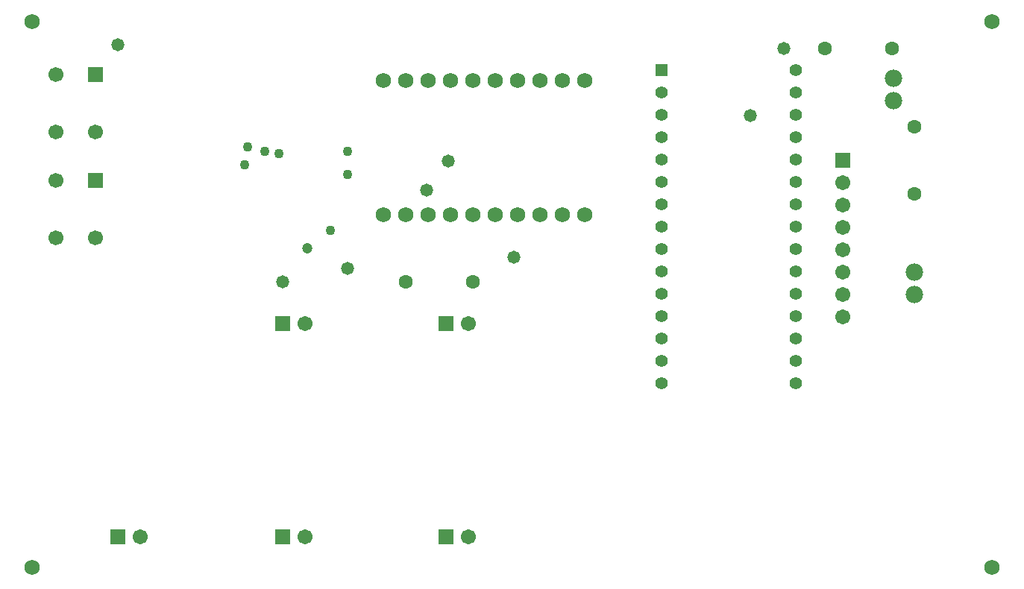
<source format=gbs>
G04*
G04 #@! TF.GenerationSoftware,Altium Limited,Altium Designer,22.5.1 (42)*
G04*
G04 Layer_Color=16711935*
%FSLAX44Y44*%
%MOMM*%
G71*
G04*
G04 #@! TF.SameCoordinates,EAF0AC03-D26C-4CD7-8958-07DA66C51CBC*
G04*
G04*
G04 #@! TF.FilePolarity,Negative*
G04*
G01*
G75*
%ADD17C,1.7032*%
%ADD18R,1.7032X1.7032*%
%ADD19C,1.7012*%
%ADD20R,1.7012X1.7012*%
%ADD21C,1.6032*%
%ADD22C,1.7272*%
%ADD23C,1.4140*%
%ADD24R,1.4140X1.4140*%
%ADD25R,1.7032X1.7032*%
%ADD26C,1.9812*%
%ADD27C,1.2032*%
%ADD28C,1.4732*%
%ADD29C,1.1032*%
D17*
X331868Y524422D02*
D03*
X144780Y281940D02*
D03*
X331470D02*
D03*
X516890D02*
D03*
Y524510D02*
D03*
X942340Y684530D02*
D03*
Y659130D02*
D03*
Y633730D02*
D03*
Y608330D02*
D03*
Y582930D02*
D03*
Y557530D02*
D03*
Y532130D02*
D03*
D18*
X306468Y524422D02*
D03*
X119380Y281940D02*
D03*
X306070D02*
D03*
X491490D02*
D03*
Y524510D02*
D03*
D19*
X48620Y686550D02*
D03*
Y621550D02*
D03*
X93620D02*
D03*
Y742200D02*
D03*
X48620D02*
D03*
Y807200D02*
D03*
D20*
X93620Y686550D02*
D03*
Y807200D02*
D03*
D21*
X445770Y571500D02*
D03*
X521970D02*
D03*
X1023620Y748030D02*
D03*
Y671830D02*
D03*
X998220Y836930D02*
D03*
X922020D02*
D03*
D22*
X1111590Y247410D02*
D03*
Y867410D02*
D03*
X21590Y247410D02*
D03*
Y867410D02*
D03*
X420370Y800100D02*
D03*
X445770D02*
D03*
X471170D02*
D03*
X496570D02*
D03*
X521970D02*
D03*
X547370D02*
D03*
X572770D02*
D03*
X598170D02*
D03*
X623570D02*
D03*
X648970D02*
D03*
Y647700D02*
D03*
X623570D02*
D03*
X598170D02*
D03*
X572770D02*
D03*
X547370D02*
D03*
X521970D02*
D03*
X496570D02*
D03*
X471170D02*
D03*
X445770D02*
D03*
X420370D02*
D03*
D23*
X736600Y608965D02*
D03*
Y583565D02*
D03*
Y558165D02*
D03*
Y532765D02*
D03*
Y481965D02*
D03*
Y456565D02*
D03*
X889000D02*
D03*
X736600Y507365D02*
D03*
X889000Y735965D02*
D03*
Y812165D02*
D03*
Y786765D02*
D03*
Y761365D02*
D03*
Y710565D02*
D03*
Y685165D02*
D03*
Y659765D02*
D03*
Y634365D02*
D03*
Y608965D02*
D03*
Y583565D02*
D03*
Y558165D02*
D03*
Y532765D02*
D03*
Y507365D02*
D03*
Y481965D02*
D03*
X736600Y634365D02*
D03*
Y659765D02*
D03*
Y685165D02*
D03*
Y710565D02*
D03*
Y735965D02*
D03*
Y761365D02*
D03*
Y786765D02*
D03*
D24*
Y812165D02*
D03*
D25*
X942340Y709930D02*
D03*
D26*
X1023620Y582930D02*
D03*
Y557530D02*
D03*
X999490Y802640D02*
D03*
Y777240D02*
D03*
D27*
X334141Y609441D02*
D03*
D28*
X306070Y571500D02*
D03*
X379730Y586740D02*
D03*
X568960Y599440D02*
D03*
X119380Y840740D02*
D03*
X469900Y675640D02*
D03*
X836930Y760730D02*
D03*
X494030Y708660D02*
D03*
X875030Y836930D02*
D03*
D29*
X379730Y693420D02*
D03*
X360680Y629920D02*
D03*
X379730Y720090D02*
D03*
X266700Y725170D02*
D03*
X285750Y720090D02*
D03*
X302260Y717550D02*
D03*
X262890Y704850D02*
D03*
M02*

</source>
